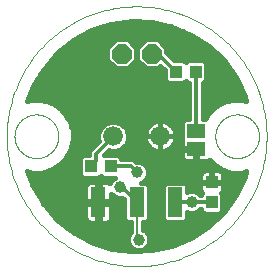
<source format=gtl>
G75*
%MOIN*%
%OFA0B0*%
%FSLAX25Y25*%
%IPPOS*%
%LPD*%
%AMOC8*
5,1,8,0,0,1.08239X$1,22.5*
%
%ADD10C,0.00197*%
%ADD11C,0.00000*%
%ADD12R,0.03937X0.04331*%
%ADD13R,0.05000X0.10000*%
%ADD14C,0.06600*%
%ADD15R,0.06300X0.04600*%
%ADD16OC8,0.06600*%
%ADD17C,0.01600*%
%ADD18C,0.03962*%
%ADD19C,0.01400*%
%ADD20C,0.00800*%
D10*
X0001800Y0045501D02*
X0001813Y0046564D01*
X0001852Y0047626D01*
X0001917Y0048687D01*
X0002009Y0049746D01*
X0002126Y0050802D01*
X0002269Y0051855D01*
X0002438Y0052905D01*
X0002632Y0053950D01*
X0002852Y0054990D01*
X0003098Y0056024D01*
X0003369Y0057052D01*
X0003665Y0058072D01*
X0003986Y0059086D01*
X0004332Y0060091D01*
X0004702Y0061087D01*
X0005097Y0062074D01*
X0005515Y0063051D01*
X0005958Y0064017D01*
X0006424Y0064972D01*
X0006914Y0065916D01*
X0007426Y0066847D01*
X0007961Y0067765D01*
X0008519Y0068670D01*
X0009099Y0069561D01*
X0009700Y0070438D01*
X0010322Y0071299D01*
X0010966Y0072145D01*
X0011630Y0072975D01*
X0012315Y0073788D01*
X0013019Y0074584D01*
X0013742Y0075363D01*
X0014484Y0076124D01*
X0015245Y0076866D01*
X0016024Y0077589D01*
X0016820Y0078293D01*
X0017633Y0078978D01*
X0018463Y0079642D01*
X0019309Y0080286D01*
X0020170Y0080908D01*
X0021047Y0081509D01*
X0021938Y0082089D01*
X0022843Y0082647D01*
X0023761Y0083182D01*
X0024692Y0083694D01*
X0025636Y0084184D01*
X0026591Y0084650D01*
X0027557Y0085093D01*
X0028534Y0085511D01*
X0029521Y0085906D01*
X0030517Y0086276D01*
X0031522Y0086622D01*
X0032536Y0086943D01*
X0033556Y0087239D01*
X0034584Y0087510D01*
X0035618Y0087756D01*
X0036658Y0087976D01*
X0037703Y0088170D01*
X0038753Y0088339D01*
X0039806Y0088482D01*
X0040862Y0088599D01*
X0041921Y0088691D01*
X0042982Y0088756D01*
X0044044Y0088795D01*
X0045107Y0088808D01*
X0046170Y0088795D01*
X0047232Y0088756D01*
X0048293Y0088691D01*
X0049352Y0088599D01*
X0050408Y0088482D01*
X0051461Y0088339D01*
X0052511Y0088170D01*
X0053556Y0087976D01*
X0054596Y0087756D01*
X0055630Y0087510D01*
X0056658Y0087239D01*
X0057678Y0086943D01*
X0058692Y0086622D01*
X0059697Y0086276D01*
X0060693Y0085906D01*
X0061680Y0085511D01*
X0062657Y0085093D01*
X0063623Y0084650D01*
X0064578Y0084184D01*
X0065522Y0083694D01*
X0066453Y0083182D01*
X0067371Y0082647D01*
X0068276Y0082089D01*
X0069167Y0081509D01*
X0070044Y0080908D01*
X0070905Y0080286D01*
X0071751Y0079642D01*
X0072581Y0078978D01*
X0073394Y0078293D01*
X0074190Y0077589D01*
X0074969Y0076866D01*
X0075730Y0076124D01*
X0076472Y0075363D01*
X0077195Y0074584D01*
X0077899Y0073788D01*
X0078584Y0072975D01*
X0079248Y0072145D01*
X0079892Y0071299D01*
X0080514Y0070438D01*
X0081115Y0069561D01*
X0081695Y0068670D01*
X0082253Y0067765D01*
X0082788Y0066847D01*
X0083300Y0065916D01*
X0083790Y0064972D01*
X0084256Y0064017D01*
X0084699Y0063051D01*
X0085117Y0062074D01*
X0085512Y0061087D01*
X0085882Y0060091D01*
X0086228Y0059086D01*
X0086549Y0058072D01*
X0086845Y0057052D01*
X0087116Y0056024D01*
X0087362Y0054990D01*
X0087582Y0053950D01*
X0087776Y0052905D01*
X0087945Y0051855D01*
X0088088Y0050802D01*
X0088205Y0049746D01*
X0088297Y0048687D01*
X0088362Y0047626D01*
X0088401Y0046564D01*
X0088414Y0045501D01*
X0088401Y0044438D01*
X0088362Y0043376D01*
X0088297Y0042315D01*
X0088205Y0041256D01*
X0088088Y0040200D01*
X0087945Y0039147D01*
X0087776Y0038097D01*
X0087582Y0037052D01*
X0087362Y0036012D01*
X0087116Y0034978D01*
X0086845Y0033950D01*
X0086549Y0032930D01*
X0086228Y0031916D01*
X0085882Y0030911D01*
X0085512Y0029915D01*
X0085117Y0028928D01*
X0084699Y0027951D01*
X0084256Y0026985D01*
X0083790Y0026030D01*
X0083300Y0025086D01*
X0082788Y0024155D01*
X0082253Y0023237D01*
X0081695Y0022332D01*
X0081115Y0021441D01*
X0080514Y0020564D01*
X0079892Y0019703D01*
X0079248Y0018857D01*
X0078584Y0018027D01*
X0077899Y0017214D01*
X0077195Y0016418D01*
X0076472Y0015639D01*
X0075730Y0014878D01*
X0074969Y0014136D01*
X0074190Y0013413D01*
X0073394Y0012709D01*
X0072581Y0012024D01*
X0071751Y0011360D01*
X0070905Y0010716D01*
X0070044Y0010094D01*
X0069167Y0009493D01*
X0068276Y0008913D01*
X0067371Y0008355D01*
X0066453Y0007820D01*
X0065522Y0007308D01*
X0064578Y0006818D01*
X0063623Y0006352D01*
X0062657Y0005909D01*
X0061680Y0005491D01*
X0060693Y0005096D01*
X0059697Y0004726D01*
X0058692Y0004380D01*
X0057678Y0004059D01*
X0056658Y0003763D01*
X0055630Y0003492D01*
X0054596Y0003246D01*
X0053556Y0003026D01*
X0052511Y0002832D01*
X0051461Y0002663D01*
X0050408Y0002520D01*
X0049352Y0002403D01*
X0048293Y0002311D01*
X0047232Y0002246D01*
X0046170Y0002207D01*
X0045107Y0002194D01*
X0044044Y0002207D01*
X0042982Y0002246D01*
X0041921Y0002311D01*
X0040862Y0002403D01*
X0039806Y0002520D01*
X0038753Y0002663D01*
X0037703Y0002832D01*
X0036658Y0003026D01*
X0035618Y0003246D01*
X0034584Y0003492D01*
X0033556Y0003763D01*
X0032536Y0004059D01*
X0031522Y0004380D01*
X0030517Y0004726D01*
X0029521Y0005096D01*
X0028534Y0005491D01*
X0027557Y0005909D01*
X0026591Y0006352D01*
X0025636Y0006818D01*
X0024692Y0007308D01*
X0023761Y0007820D01*
X0022843Y0008355D01*
X0021938Y0008913D01*
X0021047Y0009493D01*
X0020170Y0010094D01*
X0019309Y0010716D01*
X0018463Y0011360D01*
X0017633Y0012024D01*
X0016820Y0012709D01*
X0016024Y0013413D01*
X0015245Y0014136D01*
X0014484Y0014878D01*
X0013742Y0015639D01*
X0013019Y0016418D01*
X0012315Y0017214D01*
X0011630Y0018027D01*
X0010966Y0018857D01*
X0010322Y0019703D01*
X0009700Y0020564D01*
X0009099Y0021441D01*
X0008519Y0022332D01*
X0007961Y0023237D01*
X0007426Y0024155D01*
X0006914Y0025086D01*
X0006424Y0026030D01*
X0005958Y0026985D01*
X0005515Y0027951D01*
X0005097Y0028928D01*
X0004702Y0029915D01*
X0004332Y0030911D01*
X0003986Y0031916D01*
X0003665Y0032930D01*
X0003369Y0033950D01*
X0003098Y0034978D01*
X0002852Y0036012D01*
X0002632Y0037052D01*
X0002438Y0038097D01*
X0002269Y0039147D01*
X0002126Y0040200D01*
X0002009Y0041256D01*
X0001917Y0042315D01*
X0001852Y0043376D01*
X0001813Y0044438D01*
X0001800Y0045501D01*
D11*
X0004360Y0045501D02*
X0004362Y0045680D01*
X0004369Y0045858D01*
X0004380Y0046037D01*
X0004395Y0046215D01*
X0004415Y0046393D01*
X0004439Y0046570D01*
X0004467Y0046746D01*
X0004500Y0046922D01*
X0004537Y0047097D01*
X0004578Y0047271D01*
X0004624Y0047443D01*
X0004674Y0047615D01*
X0004728Y0047786D01*
X0004786Y0047955D01*
X0004848Y0048122D01*
X0004914Y0048288D01*
X0004985Y0048452D01*
X0005059Y0048615D01*
X0005138Y0048776D01*
X0005220Y0048934D01*
X0005306Y0049091D01*
X0005396Y0049245D01*
X0005490Y0049397D01*
X0005587Y0049547D01*
X0005689Y0049695D01*
X0005793Y0049839D01*
X0005901Y0049982D01*
X0006013Y0050121D01*
X0006128Y0050258D01*
X0006247Y0050392D01*
X0006368Y0050523D01*
X0006493Y0050651D01*
X0006621Y0050776D01*
X0006752Y0050897D01*
X0006886Y0051016D01*
X0007023Y0051131D01*
X0007162Y0051243D01*
X0007305Y0051351D01*
X0007449Y0051455D01*
X0007597Y0051557D01*
X0007747Y0051654D01*
X0007899Y0051748D01*
X0008053Y0051838D01*
X0008210Y0051924D01*
X0008368Y0052006D01*
X0008529Y0052085D01*
X0008692Y0052159D01*
X0008856Y0052230D01*
X0009022Y0052296D01*
X0009189Y0052358D01*
X0009358Y0052416D01*
X0009529Y0052470D01*
X0009701Y0052520D01*
X0009873Y0052566D01*
X0010047Y0052607D01*
X0010222Y0052644D01*
X0010398Y0052677D01*
X0010574Y0052705D01*
X0010751Y0052729D01*
X0010929Y0052749D01*
X0011107Y0052764D01*
X0011286Y0052775D01*
X0011464Y0052782D01*
X0011643Y0052784D01*
X0011822Y0052782D01*
X0012000Y0052775D01*
X0012179Y0052764D01*
X0012357Y0052749D01*
X0012535Y0052729D01*
X0012712Y0052705D01*
X0012888Y0052677D01*
X0013064Y0052644D01*
X0013239Y0052607D01*
X0013413Y0052566D01*
X0013585Y0052520D01*
X0013757Y0052470D01*
X0013928Y0052416D01*
X0014097Y0052358D01*
X0014264Y0052296D01*
X0014430Y0052230D01*
X0014594Y0052159D01*
X0014757Y0052085D01*
X0014918Y0052006D01*
X0015076Y0051924D01*
X0015233Y0051838D01*
X0015387Y0051748D01*
X0015539Y0051654D01*
X0015689Y0051557D01*
X0015837Y0051455D01*
X0015981Y0051351D01*
X0016124Y0051243D01*
X0016263Y0051131D01*
X0016400Y0051016D01*
X0016534Y0050897D01*
X0016665Y0050776D01*
X0016793Y0050651D01*
X0016918Y0050523D01*
X0017039Y0050392D01*
X0017158Y0050258D01*
X0017273Y0050121D01*
X0017385Y0049982D01*
X0017493Y0049839D01*
X0017597Y0049695D01*
X0017699Y0049547D01*
X0017796Y0049397D01*
X0017890Y0049245D01*
X0017980Y0049091D01*
X0018066Y0048934D01*
X0018148Y0048776D01*
X0018227Y0048615D01*
X0018301Y0048452D01*
X0018372Y0048288D01*
X0018438Y0048122D01*
X0018500Y0047955D01*
X0018558Y0047786D01*
X0018612Y0047615D01*
X0018662Y0047443D01*
X0018708Y0047271D01*
X0018749Y0047097D01*
X0018786Y0046922D01*
X0018819Y0046746D01*
X0018847Y0046570D01*
X0018871Y0046393D01*
X0018891Y0046215D01*
X0018906Y0046037D01*
X0018917Y0045858D01*
X0018924Y0045680D01*
X0018926Y0045501D01*
X0018924Y0045322D01*
X0018917Y0045144D01*
X0018906Y0044965D01*
X0018891Y0044787D01*
X0018871Y0044609D01*
X0018847Y0044432D01*
X0018819Y0044256D01*
X0018786Y0044080D01*
X0018749Y0043905D01*
X0018708Y0043731D01*
X0018662Y0043559D01*
X0018612Y0043387D01*
X0018558Y0043216D01*
X0018500Y0043047D01*
X0018438Y0042880D01*
X0018372Y0042714D01*
X0018301Y0042550D01*
X0018227Y0042387D01*
X0018148Y0042226D01*
X0018066Y0042068D01*
X0017980Y0041911D01*
X0017890Y0041757D01*
X0017796Y0041605D01*
X0017699Y0041455D01*
X0017597Y0041307D01*
X0017493Y0041163D01*
X0017385Y0041020D01*
X0017273Y0040881D01*
X0017158Y0040744D01*
X0017039Y0040610D01*
X0016918Y0040479D01*
X0016793Y0040351D01*
X0016665Y0040226D01*
X0016534Y0040105D01*
X0016400Y0039986D01*
X0016263Y0039871D01*
X0016124Y0039759D01*
X0015981Y0039651D01*
X0015837Y0039547D01*
X0015689Y0039445D01*
X0015539Y0039348D01*
X0015387Y0039254D01*
X0015233Y0039164D01*
X0015076Y0039078D01*
X0014918Y0038996D01*
X0014757Y0038917D01*
X0014594Y0038843D01*
X0014430Y0038772D01*
X0014264Y0038706D01*
X0014097Y0038644D01*
X0013928Y0038586D01*
X0013757Y0038532D01*
X0013585Y0038482D01*
X0013413Y0038436D01*
X0013239Y0038395D01*
X0013064Y0038358D01*
X0012888Y0038325D01*
X0012712Y0038297D01*
X0012535Y0038273D01*
X0012357Y0038253D01*
X0012179Y0038238D01*
X0012000Y0038227D01*
X0011822Y0038220D01*
X0011643Y0038218D01*
X0011464Y0038220D01*
X0011286Y0038227D01*
X0011107Y0038238D01*
X0010929Y0038253D01*
X0010751Y0038273D01*
X0010574Y0038297D01*
X0010398Y0038325D01*
X0010222Y0038358D01*
X0010047Y0038395D01*
X0009873Y0038436D01*
X0009701Y0038482D01*
X0009529Y0038532D01*
X0009358Y0038586D01*
X0009189Y0038644D01*
X0009022Y0038706D01*
X0008856Y0038772D01*
X0008692Y0038843D01*
X0008529Y0038917D01*
X0008368Y0038996D01*
X0008210Y0039078D01*
X0008053Y0039164D01*
X0007899Y0039254D01*
X0007747Y0039348D01*
X0007597Y0039445D01*
X0007449Y0039547D01*
X0007305Y0039651D01*
X0007162Y0039759D01*
X0007023Y0039871D01*
X0006886Y0039986D01*
X0006752Y0040105D01*
X0006621Y0040226D01*
X0006493Y0040351D01*
X0006368Y0040479D01*
X0006247Y0040610D01*
X0006128Y0040744D01*
X0006013Y0040881D01*
X0005901Y0041020D01*
X0005793Y0041163D01*
X0005689Y0041307D01*
X0005587Y0041455D01*
X0005490Y0041605D01*
X0005396Y0041757D01*
X0005306Y0041911D01*
X0005220Y0042068D01*
X0005138Y0042226D01*
X0005059Y0042387D01*
X0004985Y0042550D01*
X0004914Y0042714D01*
X0004848Y0042880D01*
X0004786Y0043047D01*
X0004728Y0043216D01*
X0004674Y0043387D01*
X0004624Y0043559D01*
X0004578Y0043731D01*
X0004537Y0043905D01*
X0004500Y0044080D01*
X0004467Y0044256D01*
X0004439Y0044432D01*
X0004415Y0044609D01*
X0004395Y0044787D01*
X0004380Y0044965D01*
X0004369Y0045144D01*
X0004362Y0045322D01*
X0004360Y0045501D01*
X0071289Y0045501D02*
X0071291Y0045680D01*
X0071298Y0045858D01*
X0071309Y0046037D01*
X0071324Y0046215D01*
X0071344Y0046393D01*
X0071368Y0046570D01*
X0071396Y0046746D01*
X0071429Y0046922D01*
X0071466Y0047097D01*
X0071507Y0047271D01*
X0071553Y0047443D01*
X0071603Y0047615D01*
X0071657Y0047786D01*
X0071715Y0047955D01*
X0071777Y0048122D01*
X0071843Y0048288D01*
X0071914Y0048452D01*
X0071988Y0048615D01*
X0072067Y0048776D01*
X0072149Y0048934D01*
X0072235Y0049091D01*
X0072325Y0049245D01*
X0072419Y0049397D01*
X0072516Y0049547D01*
X0072618Y0049695D01*
X0072722Y0049839D01*
X0072830Y0049982D01*
X0072942Y0050121D01*
X0073057Y0050258D01*
X0073176Y0050392D01*
X0073297Y0050523D01*
X0073422Y0050651D01*
X0073550Y0050776D01*
X0073681Y0050897D01*
X0073815Y0051016D01*
X0073952Y0051131D01*
X0074091Y0051243D01*
X0074234Y0051351D01*
X0074378Y0051455D01*
X0074526Y0051557D01*
X0074676Y0051654D01*
X0074828Y0051748D01*
X0074982Y0051838D01*
X0075139Y0051924D01*
X0075297Y0052006D01*
X0075458Y0052085D01*
X0075621Y0052159D01*
X0075785Y0052230D01*
X0075951Y0052296D01*
X0076118Y0052358D01*
X0076287Y0052416D01*
X0076458Y0052470D01*
X0076630Y0052520D01*
X0076802Y0052566D01*
X0076976Y0052607D01*
X0077151Y0052644D01*
X0077327Y0052677D01*
X0077503Y0052705D01*
X0077680Y0052729D01*
X0077858Y0052749D01*
X0078036Y0052764D01*
X0078215Y0052775D01*
X0078393Y0052782D01*
X0078572Y0052784D01*
X0078751Y0052782D01*
X0078929Y0052775D01*
X0079108Y0052764D01*
X0079286Y0052749D01*
X0079464Y0052729D01*
X0079641Y0052705D01*
X0079817Y0052677D01*
X0079993Y0052644D01*
X0080168Y0052607D01*
X0080342Y0052566D01*
X0080514Y0052520D01*
X0080686Y0052470D01*
X0080857Y0052416D01*
X0081026Y0052358D01*
X0081193Y0052296D01*
X0081359Y0052230D01*
X0081523Y0052159D01*
X0081686Y0052085D01*
X0081847Y0052006D01*
X0082005Y0051924D01*
X0082162Y0051838D01*
X0082316Y0051748D01*
X0082468Y0051654D01*
X0082618Y0051557D01*
X0082766Y0051455D01*
X0082910Y0051351D01*
X0083053Y0051243D01*
X0083192Y0051131D01*
X0083329Y0051016D01*
X0083463Y0050897D01*
X0083594Y0050776D01*
X0083722Y0050651D01*
X0083847Y0050523D01*
X0083968Y0050392D01*
X0084087Y0050258D01*
X0084202Y0050121D01*
X0084314Y0049982D01*
X0084422Y0049839D01*
X0084526Y0049695D01*
X0084628Y0049547D01*
X0084725Y0049397D01*
X0084819Y0049245D01*
X0084909Y0049091D01*
X0084995Y0048934D01*
X0085077Y0048776D01*
X0085156Y0048615D01*
X0085230Y0048452D01*
X0085301Y0048288D01*
X0085367Y0048122D01*
X0085429Y0047955D01*
X0085487Y0047786D01*
X0085541Y0047615D01*
X0085591Y0047443D01*
X0085637Y0047271D01*
X0085678Y0047097D01*
X0085715Y0046922D01*
X0085748Y0046746D01*
X0085776Y0046570D01*
X0085800Y0046393D01*
X0085820Y0046215D01*
X0085835Y0046037D01*
X0085846Y0045858D01*
X0085853Y0045680D01*
X0085855Y0045501D01*
X0085853Y0045322D01*
X0085846Y0045144D01*
X0085835Y0044965D01*
X0085820Y0044787D01*
X0085800Y0044609D01*
X0085776Y0044432D01*
X0085748Y0044256D01*
X0085715Y0044080D01*
X0085678Y0043905D01*
X0085637Y0043731D01*
X0085591Y0043559D01*
X0085541Y0043387D01*
X0085487Y0043216D01*
X0085429Y0043047D01*
X0085367Y0042880D01*
X0085301Y0042714D01*
X0085230Y0042550D01*
X0085156Y0042387D01*
X0085077Y0042226D01*
X0084995Y0042068D01*
X0084909Y0041911D01*
X0084819Y0041757D01*
X0084725Y0041605D01*
X0084628Y0041455D01*
X0084526Y0041307D01*
X0084422Y0041163D01*
X0084314Y0041020D01*
X0084202Y0040881D01*
X0084087Y0040744D01*
X0083968Y0040610D01*
X0083847Y0040479D01*
X0083722Y0040351D01*
X0083594Y0040226D01*
X0083463Y0040105D01*
X0083329Y0039986D01*
X0083192Y0039871D01*
X0083053Y0039759D01*
X0082910Y0039651D01*
X0082766Y0039547D01*
X0082618Y0039445D01*
X0082468Y0039348D01*
X0082316Y0039254D01*
X0082162Y0039164D01*
X0082005Y0039078D01*
X0081847Y0038996D01*
X0081686Y0038917D01*
X0081523Y0038843D01*
X0081359Y0038772D01*
X0081193Y0038706D01*
X0081026Y0038644D01*
X0080857Y0038586D01*
X0080686Y0038532D01*
X0080514Y0038482D01*
X0080342Y0038436D01*
X0080168Y0038395D01*
X0079993Y0038358D01*
X0079817Y0038325D01*
X0079641Y0038297D01*
X0079464Y0038273D01*
X0079286Y0038253D01*
X0079108Y0038238D01*
X0078929Y0038227D01*
X0078751Y0038220D01*
X0078572Y0038218D01*
X0078393Y0038220D01*
X0078215Y0038227D01*
X0078036Y0038238D01*
X0077858Y0038253D01*
X0077680Y0038273D01*
X0077503Y0038297D01*
X0077327Y0038325D01*
X0077151Y0038358D01*
X0076976Y0038395D01*
X0076802Y0038436D01*
X0076630Y0038482D01*
X0076458Y0038532D01*
X0076287Y0038586D01*
X0076118Y0038644D01*
X0075951Y0038706D01*
X0075785Y0038772D01*
X0075621Y0038843D01*
X0075458Y0038917D01*
X0075297Y0038996D01*
X0075139Y0039078D01*
X0074982Y0039164D01*
X0074828Y0039254D01*
X0074676Y0039348D01*
X0074526Y0039445D01*
X0074378Y0039547D01*
X0074234Y0039651D01*
X0074091Y0039759D01*
X0073952Y0039871D01*
X0073815Y0039986D01*
X0073681Y0040105D01*
X0073550Y0040226D01*
X0073422Y0040351D01*
X0073297Y0040479D01*
X0073176Y0040610D01*
X0073057Y0040744D01*
X0072942Y0040881D01*
X0072830Y0041020D01*
X0072722Y0041163D01*
X0072618Y0041307D01*
X0072516Y0041455D01*
X0072419Y0041605D01*
X0072325Y0041757D01*
X0072235Y0041911D01*
X0072149Y0042068D01*
X0072067Y0042226D01*
X0071988Y0042387D01*
X0071914Y0042550D01*
X0071843Y0042714D01*
X0071777Y0042880D01*
X0071715Y0043047D01*
X0071657Y0043216D01*
X0071603Y0043387D01*
X0071553Y0043559D01*
X0071507Y0043731D01*
X0071466Y0043905D01*
X0071429Y0044080D01*
X0071396Y0044256D01*
X0071368Y0044432D01*
X0071344Y0044609D01*
X0071324Y0044787D01*
X0071309Y0044965D01*
X0071298Y0045144D01*
X0071291Y0045322D01*
X0071289Y0045501D01*
D12*
X0070101Y0030153D03*
X0070101Y0023460D03*
X0036388Y0035468D03*
X0029696Y0035468D03*
X0058056Y0067078D03*
X0064749Y0067078D03*
D13*
X0057902Y0023454D03*
X0045107Y0023454D03*
X0032312Y0023454D03*
D14*
X0037233Y0045501D03*
X0052981Y0045501D03*
D15*
X0064995Y0047205D03*
X0064995Y0041205D03*
D16*
X0050107Y0073060D03*
X0040107Y0073060D03*
D17*
X0014034Y0022925D02*
X0018564Y0017739D01*
X0023948Y0013446D01*
X0030012Y0010183D01*
X0036560Y0008055D01*
X0043384Y0007131D01*
X0050263Y0007440D01*
X0056976Y0008972D01*
X0063308Y0011678D01*
X0069055Y0015472D01*
X0074032Y0020230D01*
X0074032Y0020230D01*
X0078079Y0025801D01*
X0081067Y0032005D01*
X0081560Y0033792D01*
X0080162Y0033417D01*
X0076981Y0033417D01*
X0073908Y0034241D01*
X0071152Y0035832D01*
X0069385Y0037599D01*
X0069251Y0037465D01*
X0068840Y0037228D01*
X0068382Y0037105D01*
X0065345Y0037105D01*
X0065345Y0040855D01*
X0064645Y0040855D01*
X0060045Y0040855D01*
X0060045Y0038668D01*
X0060168Y0038210D01*
X0060405Y0037800D01*
X0060740Y0037465D01*
X0061151Y0037228D01*
X0061608Y0037105D01*
X0064645Y0037105D01*
X0064645Y0040855D01*
X0064645Y0041555D01*
X0060045Y0041555D01*
X0060045Y0043742D01*
X0060168Y0044200D01*
X0060245Y0044334D01*
X0060245Y0050168D01*
X0061183Y0051105D01*
X0062449Y0051105D01*
X0062449Y0063313D01*
X0062118Y0063313D01*
X0061402Y0064028D01*
X0060687Y0063313D01*
X0055425Y0063313D01*
X0054488Y0064250D01*
X0054488Y0067445D01*
X0052974Y0068997D01*
X0052137Y0068160D01*
X0048077Y0068160D01*
X0045207Y0071030D01*
X0045207Y0075089D01*
X0048077Y0077960D01*
X0052137Y0077960D01*
X0055007Y0075089D01*
X0055007Y0073502D01*
X0057598Y0070844D01*
X0060687Y0070844D01*
X0061402Y0070128D01*
X0062118Y0070844D01*
X0067380Y0070844D01*
X0068317Y0069906D01*
X0068317Y0064250D01*
X0067380Y0063313D01*
X0067049Y0063313D01*
X0067049Y0051105D01*
X0067855Y0051105D01*
X0068902Y0052920D01*
X0071152Y0055170D01*
X0073908Y0056761D01*
X0076981Y0057584D01*
X0080162Y0057584D01*
X0081560Y0057210D01*
X0081067Y0058997D01*
X0078079Y0065201D01*
X0074032Y0070771D01*
X0069054Y0075530D01*
X0063308Y0079323D01*
X0056976Y0082030D01*
X0050263Y0083562D01*
X0043384Y0083871D01*
X0036560Y0082946D01*
X0030012Y0080819D01*
X0023948Y0077556D01*
X0018564Y0073262D01*
X0014034Y0068077D01*
X0010502Y0062166D01*
X0008641Y0057206D01*
X0010052Y0057584D01*
X0013233Y0057584D01*
X0016307Y0056761D01*
X0019062Y0055170D01*
X0021312Y0052920D01*
X0022903Y0050165D01*
X0023726Y0047092D01*
X0023726Y0043910D01*
X0022903Y0040837D01*
X0021312Y0038081D01*
X0019062Y0035832D01*
X0016307Y0034241D01*
X0013233Y0033417D01*
X0010052Y0033417D01*
X0008641Y0033795D01*
X0010502Y0028836D01*
X0014034Y0022925D01*
X0014004Y0022974D02*
X0028012Y0022974D01*
X0028012Y0023004D02*
X0028012Y0018217D01*
X0028134Y0017759D01*
X0028371Y0017348D01*
X0028707Y0017013D01*
X0029117Y0016776D01*
X0029575Y0016654D01*
X0031862Y0016654D01*
X0031862Y0023003D01*
X0032762Y0023003D01*
X0032762Y0016654D01*
X0035049Y0016654D01*
X0035507Y0016776D01*
X0035917Y0017013D01*
X0036252Y0017348D01*
X0036489Y0017759D01*
X0036612Y0018217D01*
X0036612Y0023004D01*
X0032762Y0023004D01*
X0032762Y0023904D01*
X0031862Y0023904D01*
X0031862Y0030254D01*
X0029575Y0030254D01*
X0029117Y0030131D01*
X0028707Y0029894D01*
X0028371Y0029559D01*
X0028134Y0029148D01*
X0028012Y0028691D01*
X0028012Y0023904D01*
X0031862Y0023904D01*
X0031862Y0023004D01*
X0028012Y0023004D01*
X0028012Y0024573D02*
X0013049Y0024573D01*
X0012094Y0026171D02*
X0028012Y0026171D01*
X0028012Y0027770D02*
X0011139Y0027770D01*
X0010302Y0029368D02*
X0028262Y0029368D01*
X0027064Y0031702D02*
X0032327Y0031702D01*
X0033042Y0032417D01*
X0033757Y0031702D01*
X0037807Y0031702D01*
X0037363Y0031519D01*
X0036356Y0030511D01*
X0036047Y0029764D01*
X0035917Y0029894D01*
X0035507Y0030131D01*
X0035049Y0030254D01*
X0032762Y0030254D01*
X0032762Y0023904D01*
X0036612Y0023904D01*
X0036612Y0026198D01*
X0037363Y0025447D01*
X0038680Y0024902D01*
X0040104Y0024902D01*
X0040318Y0024990D01*
X0041007Y0024301D01*
X0041007Y0017791D01*
X0041944Y0016854D01*
X0043107Y0016854D01*
X0043107Y0013513D01*
X0042706Y0013112D01*
X0042161Y0011796D01*
X0042161Y0010371D01*
X0042706Y0009055D01*
X0043713Y0008048D01*
X0045030Y0007503D01*
X0046454Y0007503D01*
X0047771Y0008048D01*
X0048778Y0009055D01*
X0049323Y0010371D01*
X0049323Y0011796D01*
X0048778Y0013112D01*
X0047771Y0014120D01*
X0047107Y0014394D01*
X0047107Y0016854D01*
X0048270Y0016854D01*
X0049207Y0017791D01*
X0049207Y0029116D01*
X0048270Y0030054D01*
X0046427Y0030054D01*
X0047263Y0030400D01*
X0048270Y0031407D01*
X0048815Y0032723D01*
X0048815Y0034148D01*
X0048270Y0035464D01*
X0047263Y0036472D01*
X0045946Y0037017D01*
X0044906Y0037017D01*
X0044155Y0037768D01*
X0039957Y0037768D01*
X0039957Y0038296D01*
X0039020Y0039233D01*
X0034345Y0039233D01*
X0035873Y0040761D01*
X0036258Y0040601D01*
X0038208Y0040601D01*
X0040009Y0041347D01*
X0041387Y0042725D01*
X0042133Y0044526D01*
X0042133Y0046475D01*
X0041387Y0048276D01*
X0040009Y0049655D01*
X0038208Y0050401D01*
X0036258Y0050401D01*
X0034457Y0049655D01*
X0033079Y0048276D01*
X0032333Y0046475D01*
X0032333Y0044526D01*
X0032567Y0043961D01*
X0030438Y0041832D01*
X0029091Y0040484D01*
X0029091Y0039233D01*
X0027064Y0039233D01*
X0026127Y0038296D01*
X0026127Y0032639D01*
X0027064Y0031702D01*
X0026201Y0032565D02*
X0009102Y0032565D01*
X0009702Y0030967D02*
X0036812Y0030967D01*
X0032762Y0029368D02*
X0031862Y0029368D01*
X0031862Y0027770D02*
X0032762Y0027770D01*
X0032762Y0026171D02*
X0031862Y0026171D01*
X0031862Y0024573D02*
X0032762Y0024573D01*
X0032762Y0022974D02*
X0031862Y0022974D01*
X0031862Y0021376D02*
X0032762Y0021376D01*
X0032762Y0019777D02*
X0031862Y0019777D01*
X0031862Y0018179D02*
X0032762Y0018179D01*
X0036602Y0018179D02*
X0041007Y0018179D01*
X0041007Y0019777D02*
X0036612Y0019777D01*
X0036612Y0021376D02*
X0041007Y0021376D01*
X0041007Y0022974D02*
X0036612Y0022974D01*
X0036612Y0024573D02*
X0040735Y0024573D01*
X0036639Y0026171D02*
X0036612Y0026171D01*
X0028012Y0021376D02*
X0015387Y0021376D01*
X0016784Y0019777D02*
X0028012Y0019777D01*
X0028022Y0018179D02*
X0018180Y0018179D01*
X0020017Y0016580D02*
X0043107Y0016580D01*
X0043107Y0014982D02*
X0022022Y0014982D01*
X0024064Y0013383D02*
X0042977Y0013383D01*
X0042161Y0011785D02*
X0027035Y0011785D01*
X0030005Y0010186D02*
X0042238Y0010186D01*
X0043174Y0008588D02*
X0034921Y0008588D01*
X0047107Y0014982D02*
X0068312Y0014982D01*
X0070214Y0016580D02*
X0047107Y0016580D01*
X0049207Y0018179D02*
X0053802Y0018179D01*
X0053802Y0017791D02*
X0054740Y0016854D01*
X0061065Y0016854D01*
X0062002Y0017791D01*
X0062002Y0020283D01*
X0062810Y0019949D01*
X0064234Y0019949D01*
X0065551Y0020494D01*
X0066213Y0021157D01*
X0066532Y0021148D01*
X0066532Y0020632D01*
X0067470Y0019695D01*
X0072732Y0019695D01*
X0073669Y0020632D01*
X0073669Y0026288D01*
X0073292Y0026665D01*
X0073510Y0026882D01*
X0073747Y0027293D01*
X0073869Y0027750D01*
X0073869Y0029968D01*
X0070285Y0029968D01*
X0070285Y0030337D01*
X0069917Y0030337D01*
X0069917Y0034118D01*
X0067895Y0034118D01*
X0067438Y0033995D01*
X0067027Y0033758D01*
X0066692Y0033423D01*
X0066455Y0033013D01*
X0066332Y0032555D01*
X0066332Y0030337D01*
X0069916Y0030337D01*
X0069916Y0029968D01*
X0066332Y0029968D01*
X0066332Y0027750D01*
X0066455Y0027293D01*
X0066692Y0026882D01*
X0066909Y0026665D01*
X0066532Y0026288D01*
X0066532Y0025760D01*
X0066356Y0025760D01*
X0065551Y0026566D01*
X0064234Y0027111D01*
X0062810Y0027111D01*
X0062002Y0026776D01*
X0062002Y0029116D01*
X0061065Y0030054D01*
X0054740Y0030054D01*
X0053802Y0029116D01*
X0053802Y0017791D01*
X0053802Y0019777D02*
X0049207Y0019777D01*
X0049207Y0021376D02*
X0053802Y0021376D01*
X0053802Y0022974D02*
X0049207Y0022974D01*
X0049207Y0024573D02*
X0053802Y0024573D01*
X0053802Y0026171D02*
X0049207Y0026171D01*
X0049207Y0027770D02*
X0053802Y0027770D01*
X0054054Y0029368D02*
X0048955Y0029368D01*
X0047830Y0030967D02*
X0066332Y0030967D01*
X0066335Y0032565D02*
X0048750Y0032565D01*
X0048809Y0034164D02*
X0074194Y0034164D01*
X0073510Y0033423D02*
X0073175Y0033758D01*
X0072764Y0033995D01*
X0072306Y0034118D01*
X0070285Y0034118D01*
X0070285Y0030337D01*
X0073869Y0030337D01*
X0073869Y0032555D01*
X0073747Y0033013D01*
X0073510Y0033423D01*
X0073867Y0032565D02*
X0081221Y0032565D01*
X0080567Y0030967D02*
X0073869Y0030967D01*
X0073869Y0029368D02*
X0079797Y0029368D01*
X0079027Y0027770D02*
X0073869Y0027770D01*
X0073669Y0026171D02*
X0078257Y0026171D01*
X0077187Y0024573D02*
X0073669Y0024573D01*
X0073669Y0022974D02*
X0076025Y0022974D01*
X0074864Y0021376D02*
X0073669Y0021376D01*
X0073558Y0019777D02*
X0072815Y0019777D01*
X0071886Y0018179D02*
X0062002Y0018179D01*
X0062002Y0019777D02*
X0067387Y0019777D01*
X0066532Y0026171D02*
X0065945Y0026171D01*
X0066332Y0027770D02*
X0062002Y0027770D01*
X0061750Y0029368D02*
X0066332Y0029368D01*
X0069917Y0030967D02*
X0070285Y0030967D01*
X0070285Y0032565D02*
X0069917Y0032565D01*
X0071272Y0035762D02*
X0047972Y0035762D01*
X0044561Y0037361D02*
X0060920Y0037361D01*
X0060045Y0038959D02*
X0039293Y0038959D01*
X0040818Y0042156D02*
X0049113Y0042156D01*
X0049091Y0042178D02*
X0049659Y0041611D01*
X0050308Y0041139D01*
X0051023Y0040774D01*
X0051787Y0040526D01*
X0052580Y0040401D01*
X0052981Y0040401D01*
X0052981Y0045501D01*
X0052981Y0050601D01*
X0052580Y0050601D01*
X0051787Y0050475D01*
X0051023Y0050227D01*
X0050308Y0049863D01*
X0049659Y0049391D01*
X0049091Y0048823D01*
X0048619Y0048174D01*
X0048255Y0047459D01*
X0048007Y0046695D01*
X0047881Y0045902D01*
X0047881Y0045501D01*
X0052981Y0045501D01*
X0052981Y0045501D01*
X0052981Y0045501D01*
X0052981Y0050601D01*
X0053382Y0050601D01*
X0054175Y0050475D01*
X0054939Y0050227D01*
X0055654Y0049863D01*
X0056304Y0049391D01*
X0056871Y0048823D01*
X0057343Y0048174D01*
X0057707Y0047459D01*
X0057956Y0046695D01*
X0058081Y0045902D01*
X0058081Y0045501D01*
X0052981Y0045501D01*
X0052981Y0045501D01*
X0047881Y0045501D01*
X0047881Y0045099D01*
X0048007Y0044307D01*
X0048255Y0043543D01*
X0048619Y0042828D01*
X0049091Y0042178D01*
X0048186Y0043755D02*
X0041814Y0043755D01*
X0042133Y0045354D02*
X0047881Y0045354D01*
X0048090Y0046952D02*
X0041936Y0046952D01*
X0041113Y0048551D02*
X0048893Y0048551D01*
X0050870Y0050149D02*
X0038815Y0050149D01*
X0035651Y0050149D02*
X0022907Y0050149D01*
X0023335Y0048551D02*
X0033353Y0048551D01*
X0032530Y0046952D02*
X0023726Y0046952D01*
X0023726Y0045354D02*
X0032333Y0045354D01*
X0032362Y0043755D02*
X0023684Y0043755D01*
X0023256Y0042156D02*
X0030763Y0042156D01*
X0030438Y0041832D02*
X0030438Y0041832D01*
X0029165Y0040558D02*
X0022742Y0040558D01*
X0021819Y0038959D02*
X0026791Y0038959D01*
X0026127Y0037361D02*
X0020591Y0037361D01*
X0018942Y0035762D02*
X0026127Y0035762D01*
X0026127Y0034164D02*
X0016020Y0034164D01*
X0021989Y0051748D02*
X0062449Y0051748D01*
X0062449Y0053346D02*
X0020886Y0053346D01*
X0019287Y0054945D02*
X0062449Y0054945D01*
X0062449Y0056543D02*
X0016684Y0056543D01*
X0010192Y0061339D02*
X0062449Y0061339D01*
X0062449Y0062937D02*
X0010963Y0062937D01*
X0011918Y0064536D02*
X0054488Y0064536D01*
X0054488Y0066134D02*
X0012873Y0066134D01*
X0013828Y0067733D02*
X0054207Y0067733D01*
X0057514Y0070930D02*
X0073866Y0070930D01*
X0075078Y0069331D02*
X0068317Y0069331D01*
X0068317Y0067733D02*
X0076239Y0067733D01*
X0077401Y0066134D02*
X0068317Y0066134D01*
X0068317Y0064536D02*
X0078399Y0064536D01*
X0079169Y0062937D02*
X0067049Y0062937D01*
X0067049Y0061339D02*
X0079939Y0061339D01*
X0080709Y0059740D02*
X0067049Y0059740D01*
X0067049Y0058142D02*
X0081303Y0058142D01*
X0073531Y0056543D02*
X0067049Y0056543D01*
X0067049Y0054945D02*
X0070927Y0054945D01*
X0069328Y0053346D02*
X0067049Y0053346D01*
X0067049Y0051748D02*
X0068225Y0051748D01*
X0062449Y0058142D02*
X0008992Y0058142D01*
X0009592Y0059740D02*
X0062449Y0059740D01*
X0060245Y0050149D02*
X0055092Y0050149D01*
X0057069Y0048551D02*
X0060245Y0048551D01*
X0060245Y0046952D02*
X0057872Y0046952D01*
X0058081Y0045501D02*
X0052981Y0045501D01*
X0052981Y0045501D01*
X0052981Y0040401D01*
X0053382Y0040401D01*
X0054175Y0040526D01*
X0054939Y0040774D01*
X0055654Y0041139D01*
X0056304Y0041611D01*
X0056871Y0042178D01*
X0057343Y0042828D01*
X0057707Y0043543D01*
X0057956Y0044307D01*
X0058081Y0045099D01*
X0058081Y0045501D01*
X0058081Y0045354D02*
X0060245Y0045354D01*
X0060049Y0043755D02*
X0057776Y0043755D01*
X0056849Y0042156D02*
X0060045Y0042156D01*
X0060045Y0040558D02*
X0054273Y0040558D01*
X0052981Y0040558D02*
X0052981Y0040558D01*
X0051690Y0040558D02*
X0035670Y0040558D01*
X0052981Y0042156D02*
X0052981Y0042156D01*
X0052981Y0043755D02*
X0052981Y0043755D01*
X0052981Y0045354D02*
X0052981Y0045354D01*
X0052981Y0046952D02*
X0052981Y0046952D01*
X0052981Y0048551D02*
X0052981Y0048551D01*
X0052981Y0050149D02*
X0052981Y0050149D01*
X0064645Y0040558D02*
X0065345Y0040558D01*
X0065345Y0038959D02*
X0064645Y0038959D01*
X0064645Y0037361D02*
X0065345Y0037361D01*
X0069071Y0037361D02*
X0069623Y0037361D01*
X0065891Y0013383D02*
X0048507Y0013383D01*
X0049323Y0011785D02*
X0063469Y0011785D01*
X0059817Y0010186D02*
X0049246Y0010186D01*
X0048310Y0008588D02*
X0055293Y0008588D01*
X0042137Y0068160D02*
X0038077Y0068160D01*
X0035207Y0071030D01*
X0035207Y0075089D01*
X0038077Y0077960D01*
X0042137Y0077960D01*
X0045007Y0075089D01*
X0045007Y0071030D01*
X0042137Y0068160D01*
X0043308Y0069331D02*
X0046906Y0069331D01*
X0045308Y0070930D02*
X0044907Y0070930D01*
X0045007Y0072528D02*
X0045207Y0072528D01*
X0045207Y0074127D02*
X0045007Y0074127D01*
X0044371Y0075725D02*
X0045843Y0075725D01*
X0047441Y0077324D02*
X0042773Y0077324D01*
X0037441Y0077324D02*
X0023657Y0077324D01*
X0021653Y0075725D02*
X0035843Y0075725D01*
X0035207Y0074127D02*
X0019648Y0074127D01*
X0017923Y0072528D02*
X0035207Y0072528D01*
X0035308Y0070930D02*
X0016526Y0070930D01*
X0015130Y0069331D02*
X0036906Y0069331D01*
X0026487Y0078922D02*
X0063915Y0078922D01*
X0066337Y0077324D02*
X0052773Y0077324D01*
X0054371Y0075725D02*
X0068759Y0075725D01*
X0070522Y0074127D02*
X0055007Y0074127D01*
X0055956Y0072528D02*
X0072194Y0072528D01*
X0060506Y0080521D02*
X0029458Y0080521D01*
X0034014Y0082119D02*
X0056583Y0082119D01*
X0046790Y0083718D02*
X0042254Y0083718D01*
D18*
X0045234Y0033436D03*
X0039392Y0028483D03*
X0045742Y0011084D03*
X0063522Y0023530D03*
D19*
X0063446Y0023454D01*
X0057902Y0023454D01*
X0063522Y0023530D02*
X0066119Y0023460D01*
X0070101Y0023460D01*
X0064995Y0047205D02*
X0064749Y0047452D01*
X0064749Y0067078D01*
X0058056Y0067078D02*
X0052226Y0073060D01*
X0050107Y0073060D01*
X0037233Y0045501D02*
X0037233Y0045374D01*
X0031391Y0039532D01*
X0031391Y0037163D01*
X0029696Y0035468D01*
X0036388Y0035468D02*
X0043202Y0035468D01*
X0045234Y0033436D01*
X0040078Y0028483D02*
X0039392Y0028483D01*
X0040078Y0028483D02*
X0045107Y0023454D01*
D20*
X0045107Y0011719D01*
X0045742Y0011084D01*
M02*

</source>
